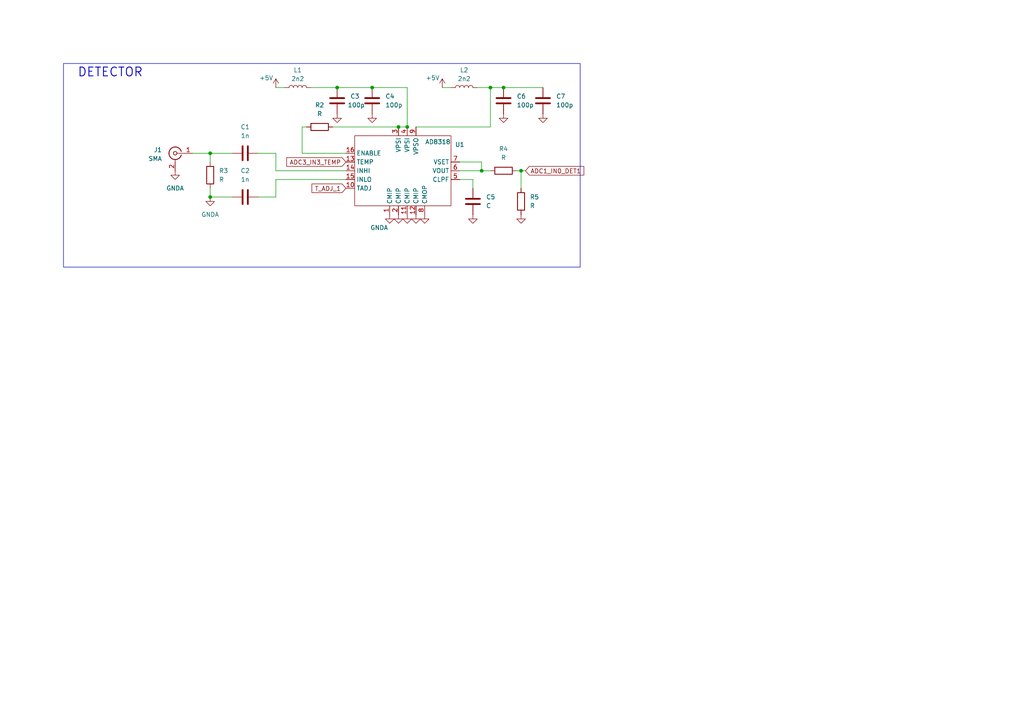
<source format=kicad_sch>
(kicad_sch
	(version 20231120)
	(generator "eeschema")
	(generator_version "8.0")
	(uuid "c42f2e25-27f2-461f-a279-e8ac84d76862")
	(paper "A4")
	(lib_symbols
		(symbol "Connector:Conn_Coaxial"
			(pin_names
				(offset 1.016) hide)
			(exclude_from_sim no)
			(in_bom yes)
			(on_board yes)
			(property "Reference" "J"
				(at 0.254 3.048 0)
				(effects
					(font
						(size 1.27 1.27)
					)
				)
			)
			(property "Value" "Conn_Coaxial"
				(at 2.921 0 90)
				(effects
					(font
						(size 1.27 1.27)
					)
				)
			)
			(property "Footprint" ""
				(at 0 0 0)
				(effects
					(font
						(size 1.27 1.27)
					)
					(hide yes)
				)
			)
			(property "Datasheet" " ~"
				(at 0 0 0)
				(effects
					(font
						(size 1.27 1.27)
					)
					(hide yes)
				)
			)
			(property "Description" "coaxial connector (BNC, SMA, SMB, SMC, Cinch/RCA, LEMO, ...)"
				(at 0 0 0)
				(effects
					(font
						(size 1.27 1.27)
					)
					(hide yes)
				)
			)
			(property "ki_keywords" "BNC SMA SMB SMC LEMO coaxial connector CINCH RCA MCX MMCX U.FL UMRF"
				(at 0 0 0)
				(effects
					(font
						(size 1.27 1.27)
					)
					(hide yes)
				)
			)
			(property "ki_fp_filters" "*BNC* *SMA* *SMB* *SMC* *Cinch* *LEMO* *UMRF* *MCX* *U.FL*"
				(at 0 0 0)
				(effects
					(font
						(size 1.27 1.27)
					)
					(hide yes)
				)
			)
			(symbol "Conn_Coaxial_0_1"
				(arc
					(start -1.778 -0.508)
					(mid 0.2311 -1.8066)
					(end 1.778 0)
					(stroke
						(width 0.254)
						(type default)
					)
					(fill
						(type none)
					)
				)
				(polyline
					(pts
						(xy -2.54 0) (xy -0.508 0)
					)
					(stroke
						(width 0)
						(type default)
					)
					(fill
						(type none)
					)
				)
				(polyline
					(pts
						(xy 0 -2.54) (xy 0 -1.778)
					)
					(stroke
						(width 0)
						(type default)
					)
					(fill
						(type none)
					)
				)
				(circle
					(center 0 0)
					(radius 0.508)
					(stroke
						(width 0.2032)
						(type default)
					)
					(fill
						(type none)
					)
				)
				(arc
					(start 1.778 0)
					(mid 0.2099 1.8101)
					(end -1.778 0.508)
					(stroke
						(width 0.254)
						(type default)
					)
					(fill
						(type none)
					)
				)
			)
			(symbol "Conn_Coaxial_1_1"
				(pin passive line
					(at -5.08 0 0)
					(length 2.54)
					(name "In"
						(effects
							(font
								(size 1.27 1.27)
							)
						)
					)
					(number "1"
						(effects
							(font
								(size 1.27 1.27)
							)
						)
					)
				)
				(pin passive line
					(at 0 -5.08 90)
					(length 2.54)
					(name "Ext"
						(effects
							(font
								(size 1.27 1.27)
							)
						)
					)
					(number "2"
						(effects
							(font
								(size 1.27 1.27)
							)
						)
					)
				)
			)
		)
		(symbol "Device:C"
			(pin_numbers hide)
			(pin_names
				(offset 0.254)
			)
			(exclude_from_sim no)
			(in_bom yes)
			(on_board yes)
			(property "Reference" "C"
				(at 0.635 2.54 0)
				(effects
					(font
						(size 1.27 1.27)
					)
					(justify left)
				)
			)
			(property "Value" "C"
				(at 0.635 -2.54 0)
				(effects
					(font
						(size 1.27 1.27)
					)
					(justify left)
				)
			)
			(property "Footprint" ""
				(at 0.9652 -3.81 0)
				(effects
					(font
						(size 1.27 1.27)
					)
					(hide yes)
				)
			)
			(property "Datasheet" "~"
				(at 0 0 0)
				(effects
					(font
						(size 1.27 1.27)
					)
					(hide yes)
				)
			)
			(property "Description" "Unpolarized capacitor"
				(at 0 0 0)
				(effects
					(font
						(size 1.27 1.27)
					)
					(hide yes)
				)
			)
			(property "ki_keywords" "cap capacitor"
				(at 0 0 0)
				(effects
					(font
						(size 1.27 1.27)
					)
					(hide yes)
				)
			)
			(property "ki_fp_filters" "C_*"
				(at 0 0 0)
				(effects
					(font
						(size 1.27 1.27)
					)
					(hide yes)
				)
			)
			(symbol "C_0_1"
				(polyline
					(pts
						(xy -2.032 -0.762) (xy 2.032 -0.762)
					)
					(stroke
						(width 0.508)
						(type default)
					)
					(fill
						(type none)
					)
				)
				(polyline
					(pts
						(xy -2.032 0.762) (xy 2.032 0.762)
					)
					(stroke
						(width 0.508)
						(type default)
					)
					(fill
						(type none)
					)
				)
			)
			(symbol "C_1_1"
				(pin passive line
					(at 0 3.81 270)
					(length 2.794)
					(name "~"
						(effects
							(font
								(size 1.27 1.27)
							)
						)
					)
					(number "1"
						(effects
							(font
								(size 1.27 1.27)
							)
						)
					)
				)
				(pin passive line
					(at 0 -3.81 90)
					(length 2.794)
					(name "~"
						(effects
							(font
								(size 1.27 1.27)
							)
						)
					)
					(number "2"
						(effects
							(font
								(size 1.27 1.27)
							)
						)
					)
				)
			)
		)
		(symbol "Device:L"
			(pin_numbers hide)
			(pin_names
				(offset 1.016) hide)
			(exclude_from_sim no)
			(in_bom yes)
			(on_board yes)
			(property "Reference" "L"
				(at -1.27 0 90)
				(effects
					(font
						(size 1.27 1.27)
					)
				)
			)
			(property "Value" "L"
				(at 1.905 0 90)
				(effects
					(font
						(size 1.27 1.27)
					)
				)
			)
			(property "Footprint" ""
				(at 0 0 0)
				(effects
					(font
						(size 1.27 1.27)
					)
					(hide yes)
				)
			)
			(property "Datasheet" "~"
				(at 0 0 0)
				(effects
					(font
						(size 1.27 1.27)
					)
					(hide yes)
				)
			)
			(property "Description" "Inductor"
				(at 0 0 0)
				(effects
					(font
						(size 1.27 1.27)
					)
					(hide yes)
				)
			)
			(property "ki_keywords" "inductor choke coil reactor magnetic"
				(at 0 0 0)
				(effects
					(font
						(size 1.27 1.27)
					)
					(hide yes)
				)
			)
			(property "ki_fp_filters" "Choke_* *Coil* Inductor_* L_*"
				(at 0 0 0)
				(effects
					(font
						(size 1.27 1.27)
					)
					(hide yes)
				)
			)
			(symbol "L_0_1"
				(arc
					(start 0 -2.54)
					(mid 0.6323 -1.905)
					(end 0 -1.27)
					(stroke
						(width 0)
						(type default)
					)
					(fill
						(type none)
					)
				)
				(arc
					(start 0 -1.27)
					(mid 0.6323 -0.635)
					(end 0 0)
					(stroke
						(width 0)
						(type default)
					)
					(fill
						(type none)
					)
				)
				(arc
					(start 0 0)
					(mid 0.6323 0.635)
					(end 0 1.27)
					(stroke
						(width 0)
						(type default)
					)
					(fill
						(type none)
					)
				)
				(arc
					(start 0 1.27)
					(mid 0.6323 1.905)
					(end 0 2.54)
					(stroke
						(width 0)
						(type default)
					)
					(fill
						(type none)
					)
				)
			)
			(symbol "L_1_1"
				(pin passive line
					(at 0 3.81 270)
					(length 1.27)
					(name "1"
						(effects
							(font
								(size 1.27 1.27)
							)
						)
					)
					(number "1"
						(effects
							(font
								(size 1.27 1.27)
							)
						)
					)
				)
				(pin passive line
					(at 0 -3.81 90)
					(length 1.27)
					(name "2"
						(effects
							(font
								(size 1.27 1.27)
							)
						)
					)
					(number "2"
						(effects
							(font
								(size 1.27 1.27)
							)
						)
					)
				)
			)
		)
		(symbol "Device:R"
			(pin_numbers hide)
			(pin_names
				(offset 0)
			)
			(exclude_from_sim no)
			(in_bom yes)
			(on_board yes)
			(property "Reference" "R"
				(at 2.032 0 90)
				(effects
					(font
						(size 1.27 1.27)
					)
				)
			)
			(property "Value" "R"
				(at 0 0 90)
				(effects
					(font
						(size 1.27 1.27)
					)
				)
			)
			(property "Footprint" ""
				(at -1.778 0 90)
				(effects
					(font
						(size 1.27 1.27)
					)
					(hide yes)
				)
			)
			(property "Datasheet" "~"
				(at 0 0 0)
				(effects
					(font
						(size 1.27 1.27)
					)
					(hide yes)
				)
			)
			(property "Description" "Resistor"
				(at 0 0 0)
				(effects
					(font
						(size 1.27 1.27)
					)
					(hide yes)
				)
			)
			(property "ki_keywords" "R res resistor"
				(at 0 0 0)
				(effects
					(font
						(size 1.27 1.27)
					)
					(hide yes)
				)
			)
			(property "ki_fp_filters" "R_*"
				(at 0 0 0)
				(effects
					(font
						(size 1.27 1.27)
					)
					(hide yes)
				)
			)
			(symbol "R_0_1"
				(rectangle
					(start -1.016 -2.54)
					(end 1.016 2.54)
					(stroke
						(width 0.254)
						(type default)
					)
					(fill
						(type none)
					)
				)
			)
			(symbol "R_1_1"
				(pin passive line
					(at 0 3.81 270)
					(length 1.27)
					(name "~"
						(effects
							(font
								(size 1.27 1.27)
							)
						)
					)
					(number "1"
						(effects
							(font
								(size 1.27 1.27)
							)
						)
					)
				)
				(pin passive line
					(at 0 -3.81 90)
					(length 1.27)
					(name "~"
						(effects
							(font
								(size 1.27 1.27)
							)
						)
					)
					(number "2"
						(effects
							(font
								(size 1.27 1.27)
							)
						)
					)
				)
			)
		)
		(symbol "moja:AD8318"
			(exclude_from_sim no)
			(in_bom yes)
			(on_board yes)
			(property "Reference" "U"
				(at 11.176 9.652 0)
				(effects
					(font
						(size 1.27 1.27)
					)
				)
			)
			(property "Value" ""
				(at 11.43 4.826 0)
				(effects
					(font
						(size 1.27 1.27)
					)
				)
			)
			(property "Footprint" ""
				(at 11.43 4.826 0)
				(effects
					(font
						(size 1.27 1.27)
					)
					(hide yes)
				)
			)
			(property "Datasheet" ""
				(at 11.43 4.826 0)
				(effects
					(font
						(size 1.27 1.27)
					)
					(hide yes)
				)
			)
			(property "Description" ""
				(at 11.43 4.826 0)
				(effects
					(font
						(size 1.27 1.27)
					)
					(hide yes)
				)
			)
			(symbol "AD8318_0_1"
				(rectangle
					(start -17.78 10.16)
					(end 10.16 -10.16)
					(stroke
						(width 0)
						(type default)
					)
					(fill
						(type none)
					)
				)
			)
			(symbol "AD8318_1_1"
				(pin input line
					(at -7.62 -12.7 90)
					(length 2.54)
					(name "CMIP"
						(effects
							(font
								(size 1.27 1.27)
							)
						)
					)
					(number "1"
						(effects
							(font
								(size 1.27 1.27)
							)
						)
					)
				)
				(pin input line
					(at -20.32 -5.08 0)
					(length 2.54)
					(name "TADJ"
						(effects
							(font
								(size 1.27 1.27)
							)
						)
					)
					(number "10"
						(effects
							(font
								(size 1.27 1.27)
							)
						)
					)
				)
				(pin input line
					(at -2.54 -12.7 90)
					(length 2.54)
					(name "CMIP"
						(effects
							(font
								(size 1.27 1.27)
							)
						)
					)
					(number "11"
						(effects
							(font
								(size 1.27 1.27)
							)
						)
					)
				)
				(pin input line
					(at 0 -12.7 90)
					(length 2.54)
					(name "CMIP"
						(effects
							(font
								(size 1.27 1.27)
							)
						)
					)
					(number "12"
						(effects
							(font
								(size 1.27 1.27)
							)
						)
					)
				)
				(pin input line
					(at -20.32 2.54 0)
					(length 2.54)
					(name "TEMP"
						(effects
							(font
								(size 1.27 1.27)
							)
						)
					)
					(number "13"
						(effects
							(font
								(size 1.27 1.27)
							)
						)
					)
				)
				(pin input line
					(at -20.32 0 0)
					(length 2.54)
					(name "INHI"
						(effects
							(font
								(size 1.27 1.27)
							)
						)
					)
					(number "14"
						(effects
							(font
								(size 1.27 1.27)
							)
						)
					)
				)
				(pin input line
					(at -20.32 -2.54 0)
					(length 2.54)
					(name "INLO"
						(effects
							(font
								(size 1.27 1.27)
							)
						)
					)
					(number "15"
						(effects
							(font
								(size 1.27 1.27)
							)
						)
					)
				)
				(pin input line
					(at -20.32 5.08 0)
					(length 2.54)
					(name "ENABLE"
						(effects
							(font
								(size 1.27 1.27)
							)
						)
					)
					(number "16"
						(effects
							(font
								(size 1.27 1.27)
							)
						)
					)
				)
				(pin input line
					(at -5.08 -12.7 90)
					(length 2.54)
					(name "CMIP"
						(effects
							(font
								(size 1.27 1.27)
							)
						)
					)
					(number "2"
						(effects
							(font
								(size 1.27 1.27)
							)
						)
					)
				)
				(pin input line
					(at -5.08 12.7 270)
					(length 2.54)
					(name "VPSI"
						(effects
							(font
								(size 1.27 1.27)
							)
						)
					)
					(number "3"
						(effects
							(font
								(size 1.27 1.27)
							)
						)
					)
				)
				(pin input line
					(at -2.54 12.7 270)
					(length 2.54)
					(name "VPSI"
						(effects
							(font
								(size 1.27 1.27)
							)
						)
					)
					(number "4"
						(effects
							(font
								(size 1.27 1.27)
							)
						)
					)
				)
				(pin input line
					(at 12.7 -2.54 180)
					(length 2.54)
					(name "CLPF"
						(effects
							(font
								(size 1.27 1.27)
							)
						)
					)
					(number "5"
						(effects
							(font
								(size 1.27 1.27)
							)
						)
					)
				)
				(pin input line
					(at 12.7 0 180)
					(length 2.54)
					(name "VOUT"
						(effects
							(font
								(size 1.27 1.27)
							)
						)
					)
					(number "6"
						(effects
							(font
								(size 1.27 1.27)
							)
						)
					)
				)
				(pin input line
					(at 12.7 2.54 180)
					(length 2.54)
					(name "VSET"
						(effects
							(font
								(size 1.27 1.27)
							)
						)
					)
					(number "7"
						(effects
							(font
								(size 1.27 1.27)
							)
						)
					)
				)
				(pin input line
					(at 2.54 -12.7 90)
					(length 2.54)
					(name "CMOP"
						(effects
							(font
								(size 1.27 1.27)
							)
						)
					)
					(number "8"
						(effects
							(font
								(size 1.27 1.27)
							)
						)
					)
				)
				(pin input line
					(at 0 12.7 270)
					(length 2.54)
					(name "VPSO"
						(effects
							(font
								(size 1.27 1.27)
							)
						)
					)
					(number "9"
						(effects
							(font
								(size 1.27 1.27)
							)
						)
					)
				)
			)
		)
		(symbol "power:+5V"
			(power)
			(pin_names
				(offset 0)
			)
			(exclude_from_sim no)
			(in_bom yes)
			(on_board yes)
			(property "Reference" "#PWR"
				(at 0 -3.81 0)
				(effects
					(font
						(size 1.27 1.27)
					)
					(hide yes)
				)
			)
			(property "Value" "+5V"
				(at 0 3.556 0)
				(effects
					(font
						(size 1.27 1.27)
					)
				)
			)
			(property "Footprint" ""
				(at 0 0 0)
				(effects
					(font
						(size 1.27 1.27)
					)
					(hide yes)
				)
			)
			(property "Datasheet" ""
				(at 0 0 0)
				(effects
					(font
						(size 1.27 1.27)
					)
					(hide yes)
				)
			)
			(property "Description" "Power symbol creates a global label with name \"+5V\""
				(at 0 0 0)
				(effects
					(font
						(size 1.27 1.27)
					)
					(hide yes)
				)
			)
			(property "ki_keywords" "global power"
				(at 0 0 0)
				(effects
					(font
						(size 1.27 1.27)
					)
					(hide yes)
				)
			)
			(symbol "+5V_0_1"
				(polyline
					(pts
						(xy -0.762 1.27) (xy 0 2.54)
					)
					(stroke
						(width 0)
						(type default)
					)
					(fill
						(type none)
					)
				)
				(polyline
					(pts
						(xy 0 0) (xy 0 2.54)
					)
					(stroke
						(width 0)
						(type default)
					)
					(fill
						(type none)
					)
				)
				(polyline
					(pts
						(xy 0 2.54) (xy 0.762 1.27)
					)
					(stroke
						(width 0)
						(type default)
					)
					(fill
						(type none)
					)
				)
			)
			(symbol "+5V_1_1"
				(pin power_in line
					(at 0 0 90)
					(length 0) hide
					(name "+5V"
						(effects
							(font
								(size 1.27 1.27)
							)
						)
					)
					(number "1"
						(effects
							(font
								(size 1.27 1.27)
							)
						)
					)
				)
			)
		)
		(symbol "power:GNDA"
			(power)
			(pin_numbers hide)
			(pin_names
				(offset 0) hide)
			(exclude_from_sim no)
			(in_bom yes)
			(on_board yes)
			(property "Reference" "#PWR"
				(at 0 -6.35 0)
				(effects
					(font
						(size 1.27 1.27)
					)
					(hide yes)
				)
			)
			(property "Value" "GNDA"
				(at 0 -3.81 0)
				(effects
					(font
						(size 1.27 1.27)
					)
				)
			)
			(property "Footprint" ""
				(at 0 0 0)
				(effects
					(font
						(size 1.27 1.27)
					)
					(hide yes)
				)
			)
			(property "Datasheet" ""
				(at 0 0 0)
				(effects
					(font
						(size 1.27 1.27)
					)
					(hide yes)
				)
			)
			(property "Description" "Power symbol creates a global label with name \"GNDA\" , analog ground"
				(at 0 0 0)
				(effects
					(font
						(size 1.27 1.27)
					)
					(hide yes)
				)
			)
			(property "ki_keywords" "global power"
				(at 0 0 0)
				(effects
					(font
						(size 1.27 1.27)
					)
					(hide yes)
				)
			)
			(symbol "GNDA_0_1"
				(polyline
					(pts
						(xy 0 0) (xy 0 -1.27) (xy 1.27 -1.27) (xy 0 -2.54) (xy -1.27 -1.27) (xy 0 -1.27)
					)
					(stroke
						(width 0)
						(type default)
					)
					(fill
						(type none)
					)
				)
			)
			(symbol "GNDA_1_1"
				(pin power_in line
					(at 0 0 270)
					(length 0)
					(name "~"
						(effects
							(font
								(size 1.27 1.27)
							)
						)
					)
					(number "1"
						(effects
							(font
								(size 1.27 1.27)
							)
						)
					)
				)
			)
		)
	)
	(junction
		(at 118.11 36.83)
		(diameter 0)
		(color 0 0 0 0)
		(uuid "4b5ba71b-1656-4b1d-8523-03c156c45490")
	)
	(junction
		(at 151.13 49.53)
		(diameter 0)
		(color 0 0 0 0)
		(uuid "5b895df2-3fc0-4feb-b3cf-5a0b7ccb8bd0")
	)
	(junction
		(at 60.96 57.15)
		(diameter 0)
		(color 0 0 0 0)
		(uuid "5e46afce-6eab-4eb2-a359-fb4e30216ac5")
	)
	(junction
		(at 146.05 25.4)
		(diameter 0)
		(color 0 0 0 0)
		(uuid "7e3bd9f0-1c47-4962-b31a-492376760606")
	)
	(junction
		(at 60.96 44.45)
		(diameter 0)
		(color 0 0 0 0)
		(uuid "b364dad9-c156-4611-b9f2-109f96ab3d28")
	)
	(junction
		(at 142.24 25.4)
		(diameter 0)
		(color 0 0 0 0)
		(uuid "b73d7519-bc5e-4ce0-a852-b1b49d09d9d7")
	)
	(junction
		(at 97.79 25.4)
		(diameter 0)
		(color 0 0 0 0)
		(uuid "c22d7dbd-c749-4ac6-a5a1-e8c93447ffb6")
	)
	(junction
		(at 107.95 25.4)
		(diameter 0)
		(color 0 0 0 0)
		(uuid "e6fe832e-e461-4afc-bebd-2efdf5b8258f")
	)
	(junction
		(at 115.57 36.83)
		(diameter 0)
		(color 0 0 0 0)
		(uuid "f1d98741-f605-486f-9d1a-500d0c64fa81")
	)
	(junction
		(at 139.7 49.53)
		(diameter 0)
		(color 0 0 0 0)
		(uuid "f8e36fbd-0790-4b17-9d5f-22ace3050bc7")
	)
	(wire
		(pts
			(xy 80.01 49.53) (xy 80.01 44.45)
		)
		(stroke
			(width 0)
			(type default)
		)
		(uuid "058fe78c-257a-4d3f-9062-f0989e726565")
	)
	(wire
		(pts
			(xy 88.9 36.83) (xy 87.63 36.83)
		)
		(stroke
			(width 0)
			(type default)
		)
		(uuid "108487fb-0a86-4314-bd1d-21f8c7a8f5e7")
	)
	(wire
		(pts
			(xy 55.88 44.45) (xy 60.96 44.45)
		)
		(stroke
			(width 0)
			(type default)
		)
		(uuid "1210c00b-f107-4501-8688-6c0660500629")
	)
	(wire
		(pts
			(xy 60.96 44.45) (xy 60.96 46.99)
		)
		(stroke
			(width 0)
			(type default)
		)
		(uuid "129f1a58-7e85-4ec7-8677-05afd2065bf3")
	)
	(wire
		(pts
			(xy 151.13 49.53) (xy 151.13 54.61)
		)
		(stroke
			(width 0)
			(type default)
		)
		(uuid "17e72855-0359-4eb4-87d8-d46d12554301")
	)
	(wire
		(pts
			(xy 115.57 36.83) (xy 118.11 36.83)
		)
		(stroke
			(width 0)
			(type default)
		)
		(uuid "1ae11e8c-5443-4ff0-a8e3-56f6518ce66f")
	)
	(wire
		(pts
			(xy 128.27 25.4) (xy 130.81 25.4)
		)
		(stroke
			(width 0)
			(type default)
		)
		(uuid "2bcd581c-dbec-4e34-9d00-648c8fbc199f")
	)
	(wire
		(pts
			(xy 142.24 25.4) (xy 142.24 36.83)
		)
		(stroke
			(width 0)
			(type default)
		)
		(uuid "345632c1-1002-4dc3-8d31-6c2f12155d17")
	)
	(wire
		(pts
			(xy 87.63 44.45) (xy 100.33 44.45)
		)
		(stroke
			(width 0)
			(type default)
		)
		(uuid "35aad98a-ff50-4567-ac91-82af859358d9")
	)
	(wire
		(pts
			(xy 151.13 49.53) (xy 149.86 49.53)
		)
		(stroke
			(width 0)
			(type default)
		)
		(uuid "39b3d69a-b0a6-4070-908b-5775a632fcc3")
	)
	(wire
		(pts
			(xy 67.31 57.15) (xy 60.96 57.15)
		)
		(stroke
			(width 0)
			(type default)
		)
		(uuid "4363013b-1d3b-4a58-baf7-dc1ab1b755b6")
	)
	(wire
		(pts
			(xy 138.43 25.4) (xy 142.24 25.4)
		)
		(stroke
			(width 0)
			(type default)
		)
		(uuid "4781abef-c760-443a-a955-c14c8723fa8a")
	)
	(wire
		(pts
			(xy 90.17 25.4) (xy 97.79 25.4)
		)
		(stroke
			(width 0)
			(type default)
		)
		(uuid "57921c68-4116-48f6-99db-66e891ded8a0")
	)
	(wire
		(pts
			(xy 152.4 49.53) (xy 151.13 49.53)
		)
		(stroke
			(width 0)
			(type default)
		)
		(uuid "5cdb2a93-bf4b-46e4-bbe2-84d132b37cc7")
	)
	(wire
		(pts
			(xy 100.33 52.07) (xy 80.01 52.07)
		)
		(stroke
			(width 0)
			(type default)
		)
		(uuid "629ada2e-dc50-42f1-95f7-f8305ce3e0a3")
	)
	(wire
		(pts
			(xy 146.05 25.4) (xy 157.48 25.4)
		)
		(stroke
			(width 0)
			(type default)
		)
		(uuid "6c1209bd-3177-4572-8b45-6b96480e58c7")
	)
	(wire
		(pts
			(xy 60.96 44.45) (xy 67.31 44.45)
		)
		(stroke
			(width 0)
			(type default)
		)
		(uuid "7f866ac8-c705-4f9b-adce-459df0a768a7")
	)
	(wire
		(pts
			(xy 139.7 46.99) (xy 139.7 49.53)
		)
		(stroke
			(width 0)
			(type default)
		)
		(uuid "8670595c-8d27-4b2d-9d45-f649aace4154")
	)
	(wire
		(pts
			(xy 96.52 36.83) (xy 115.57 36.83)
		)
		(stroke
			(width 0)
			(type default)
		)
		(uuid "87e2cd05-2ba7-4be8-92cf-5f6886c3f737")
	)
	(wire
		(pts
			(xy 87.63 36.83) (xy 87.63 44.45)
		)
		(stroke
			(width 0)
			(type default)
		)
		(uuid "91009378-00cf-47a7-9941-b86c50d74f2e")
	)
	(wire
		(pts
			(xy 133.35 52.07) (xy 137.16 52.07)
		)
		(stroke
			(width 0)
			(type default)
		)
		(uuid "9622b674-7f9b-4c1c-bf25-5eae09fdea93")
	)
	(wire
		(pts
			(xy 137.16 52.07) (xy 137.16 54.61)
		)
		(stroke
			(width 0)
			(type default)
		)
		(uuid "986c7c55-ac13-4e67-9e01-5f961e2a0a0f")
	)
	(wire
		(pts
			(xy 133.35 46.99) (xy 139.7 46.99)
		)
		(stroke
			(width 0)
			(type default)
		)
		(uuid "a8e85dfb-24a8-4b47-9207-7dd0b84f5b1c")
	)
	(wire
		(pts
			(xy 80.01 52.07) (xy 80.01 57.15)
		)
		(stroke
			(width 0)
			(type default)
		)
		(uuid "b33ddf8a-84e0-4943-a29e-d72018227910")
	)
	(wire
		(pts
			(xy 118.11 25.4) (xy 118.11 36.83)
		)
		(stroke
			(width 0)
			(type default)
		)
		(uuid "b5080236-720b-402b-897a-1f48f4e57c03")
	)
	(wire
		(pts
			(xy 107.95 25.4) (xy 118.11 25.4)
		)
		(stroke
			(width 0)
			(type default)
		)
		(uuid "b93cd45d-35cb-47d8-b45e-da7fc6511d90")
	)
	(wire
		(pts
			(xy 74.93 44.45) (xy 80.01 44.45)
		)
		(stroke
			(width 0)
			(type default)
		)
		(uuid "c0b9e525-929f-46dd-b617-83ea1576a60e")
	)
	(wire
		(pts
			(xy 80.01 25.4) (xy 82.55 25.4)
		)
		(stroke
			(width 0)
			(type default)
		)
		(uuid "c4dd5999-cd96-453c-bbcd-8cb2ae06c77f")
	)
	(wire
		(pts
			(xy 97.79 25.4) (xy 107.95 25.4)
		)
		(stroke
			(width 0)
			(type default)
		)
		(uuid "ce1708fa-24ee-4458-b7d7-620e2ffdf58f")
	)
	(wire
		(pts
			(xy 60.96 54.61) (xy 60.96 57.15)
		)
		(stroke
			(width 0)
			(type default)
		)
		(uuid "ce929226-0ac0-4373-9a16-0e35b3fa0106")
	)
	(wire
		(pts
			(xy 100.33 49.53) (xy 80.01 49.53)
		)
		(stroke
			(width 0)
			(type default)
		)
		(uuid "cfb33514-4d40-4f7e-86d0-6e0b62cf707e")
	)
	(wire
		(pts
			(xy 146.05 25.4) (xy 142.24 25.4)
		)
		(stroke
			(width 0)
			(type default)
		)
		(uuid "d8031afa-d99a-4970-9848-e616ef9c2bdd")
	)
	(wire
		(pts
			(xy 139.7 49.53) (xy 142.24 49.53)
		)
		(stroke
			(width 0)
			(type default)
		)
		(uuid "e33e56cf-4178-4c19-9a12-df1eb6ad6195")
	)
	(wire
		(pts
			(xy 133.35 49.53) (xy 139.7 49.53)
		)
		(stroke
			(width 0)
			(type default)
		)
		(uuid "e4591593-19c5-4574-ade4-9045c2152962")
	)
	(wire
		(pts
			(xy 74.93 57.15) (xy 80.01 57.15)
		)
		(stroke
			(width 0)
			(type default)
		)
		(uuid "eef2c5ae-c3a6-4402-8a35-6716a181bd54")
	)
	(wire
		(pts
			(xy 120.65 36.83) (xy 142.24 36.83)
		)
		(stroke
			(width 0)
			(type default)
		)
		(uuid "f591667f-d8c8-4582-9010-c3d3d882c7fb")
	)
	(rectangle
		(start 18.415 18.415)
		(end 168.275 77.47)
		(stroke
			(width 0)
			(type default)
		)
		(fill
			(type none)
		)
		(uuid 65de884a-0bd7-491a-9399-7921a805c6aa)
	)
	(text "DETECTOR\n"
		(exclude_from_sim no)
		(at 32.004 21.082 0)
		(effects
			(font
				(size 2.54 2.54)
				(thickness 0.254)
				(bold yes)
			)
		)
		(uuid "1bd85086-1a39-4121-a151-7ac6cbe1593f")
	)
	(global_label "ADC3_IN3_TEMP"
		(shape input)
		(at 100.33 46.99 180)
		(fields_autoplaced yes)
		(effects
			(font
				(size 1.27 1.27)
			)
			(justify right)
		)
		(uuid "0fa89d82-c7fb-43ee-a506-78ede862ed51")
		(property "Intersheetrefs" "${INTERSHEET_REFS}"
			(at 82.5887 46.99 0)
			(effects
				(font
					(size 1.27 1.27)
				)
				(justify right)
				(hide yes)
			)
		)
	)
	(global_label "T_ADJ_1"
		(shape input)
		(at 100.33 54.61 180)
		(fields_autoplaced yes)
		(effects
			(font
				(size 1.27 1.27)
			)
			(justify right)
		)
		(uuid "4eae8e11-cf63-4e5f-b4fd-1ecfbd4c3d0a")
		(property "Intersheetrefs" "${INTERSHEET_REFS}"
			(at 89.9063 54.61 0)
			(effects
				(font
					(size 1.27 1.27)
				)
				(justify right)
				(hide yes)
			)
		)
	)
	(global_label "ADC1_IN0_DET1"
		(shape input)
		(at 152.4 49.53 0)
		(fields_autoplaced yes)
		(effects
			(font
				(size 1.27 1.27)
			)
			(justify left)
		)
		(uuid "c71cb21e-4747-4c79-9816-b93275bb3036")
		(property "Intersheetrefs" "${INTERSHEET_REFS}"
			(at 169.8994 49.53 0)
			(effects
				(font
					(size 1.27 1.27)
				)
				(justify left)
				(hide yes)
			)
		)
	)
	(symbol
		(lib_id "Device:C")
		(at 137.16 58.42 180)
		(unit 1)
		(exclude_from_sim no)
		(in_bom yes)
		(on_board yes)
		(dnp no)
		(fields_autoplaced yes)
		(uuid "04cdb60c-ddcd-4198-92d7-bcdd0a34129c")
		(property "Reference" "C5"
			(at 140.97 57.1499 0)
			(effects
				(font
					(size 1.27 1.27)
				)
				(justify right)
			)
		)
		(property "Value" "C"
			(at 140.97 59.6899 0)
			(effects
				(font
					(size 1.27 1.27)
				)
				(justify right)
			)
		)
		(property "Footprint" "Capacitor_SMD:C_0402_1005Metric"
			(at 136.1948 54.61 0)
			(effects
				(font
					(size 1.27 1.27)
				)
				(hide yes)
			)
		)
		(property "Datasheet" "~"
			(at 137.16 58.42 0)
			(effects
				(font
					(size 1.27 1.27)
				)
				(hide yes)
			)
		)
		(property "Description" "Unpolarized capacitor"
			(at 137.16 58.42 0)
			(effects
				(font
					(size 1.27 1.27)
				)
				(hide yes)
			)
		)
		(pin "1"
			(uuid "656b00d5-407b-4f83-869d-57be9323a454")
		)
		(pin "2"
			(uuid "acf2989a-626a-43c8-af25-df41f8be6fc3")
		)
		(instances
			(project "Detector_PTFE"
				(path "/c42f2e25-27f2-461f-a279-e8ac84d76862"
					(reference "C5")
					(unit 1)
				)
			)
		)
	)
	(symbol
		(lib_id "Device:C")
		(at 71.12 57.15 90)
		(unit 1)
		(exclude_from_sim no)
		(in_bom yes)
		(on_board yes)
		(dnp no)
		(fields_autoplaced yes)
		(uuid "29ca8dba-f312-4571-a32f-52cd1c69e352")
		(property "Reference" "C2"
			(at 71.12 49.53 90)
			(effects
				(font
					(size 1.27 1.27)
				)
			)
		)
		(property "Value" "1n"
			(at 71.12 52.07 90)
			(effects
				(font
					(size 1.27 1.27)
				)
			)
		)
		(property "Footprint" "Capacitor_SMD:C_0603_1608Metric"
			(at 74.93 56.1848 0)
			(effects
				(font
					(size 1.27 1.27)
				)
				(hide yes)
			)
		)
		(property "Datasheet" "~"
			(at 71.12 57.15 0)
			(effects
				(font
					(size 1.27 1.27)
				)
				(hide yes)
			)
		)
		(property "Description" "Unpolarized capacitor"
			(at 71.12 57.15 0)
			(effects
				(font
					(size 1.27 1.27)
				)
				(hide yes)
			)
		)
		(pin "1"
			(uuid "1a6fd8b6-425d-4fca-84b8-ba19d8ff3b22")
		)
		(pin "2"
			(uuid "509d5cfd-0edf-42d3-8bf7-83aaff7fd074")
		)
		(instances
			(project "Detector_PTFE"
				(path "/c42f2e25-27f2-461f-a279-e8ac84d76862"
					(reference "C2")
					(unit 1)
				)
			)
		)
	)
	(symbol
		(lib_id "Device:L")
		(at 134.62 25.4 90)
		(unit 1)
		(exclude_from_sim no)
		(in_bom yes)
		(on_board yes)
		(dnp no)
		(fields_autoplaced yes)
		(uuid "29eabf10-eb02-4385-8bf5-f81782499b45")
		(property "Reference" "L2"
			(at 134.62 20.32 90)
			(effects
				(font
					(size 1.27 1.27)
				)
			)
		)
		(property "Value" "2n2"
			(at 134.62 22.86 90)
			(effects
				(font
					(size 1.27 1.27)
				)
			)
		)
		(property "Footprint" "Inductor_SMD:L_0603_1608Metric"
			(at 134.62 25.4 0)
			(effects
				(font
					(size 1.27 1.27)
				)
				(hide yes)
			)
		)
		(property "Datasheet" "~"
			(at 134.62 25.4 0)
			(effects
				(font
					(size 1.27 1.27)
				)
				(hide yes)
			)
		)
		(property "Description" "Inductor"
			(at 134.62 25.4 0)
			(effects
				(font
					(size 1.27 1.27)
				)
				(hide yes)
			)
		)
		(pin "1"
			(uuid "cbd2dd4d-1d4e-4342-8e7b-b3200f02a309")
		)
		(pin "2"
			(uuid "5cdba398-9928-49c8-8d4a-366e674eb0f8")
		)
		(instances
			(project "Detector_PTFE"
				(path "/c42f2e25-27f2-461f-a279-e8ac84d76862"
					(reference "L2")
					(unit 1)
				)
			)
		)
	)
	(symbol
		(lib_id "Device:C")
		(at 157.48 29.21 180)
		(unit 1)
		(exclude_from_sim no)
		(in_bom yes)
		(on_board yes)
		(dnp no)
		(fields_autoplaced yes)
		(uuid "3882d343-57c1-4286-bc18-36892f154b50")
		(property "Reference" "C7"
			(at 161.29 27.9399 0)
			(effects
				(font
					(size 1.27 1.27)
				)
				(justify right)
			)
		)
		(property "Value" "100p"
			(at 161.29 30.4799 0)
			(effects
				(font
					(size 1.27 1.27)
				)
				(justify right)
			)
		)
		(property "Footprint" "Capacitor_SMD:C_0402_1005Metric"
			(at 156.5148 25.4 0)
			(effects
				(font
					(size 1.27 1.27)
				)
				(hide yes)
			)
		)
		(property "Datasheet" "~"
			(at 157.48 29.21 0)
			(effects
				(font
					(size 1.27 1.27)
				)
				(hide yes)
			)
		)
		(property "Description" "Unpolarized capacitor"
			(at 157.48 29.21 0)
			(effects
				(font
					(size 1.27 1.27)
				)
				(hide yes)
			)
		)
		(pin "1"
			(uuid "5bfcf486-eacf-4638-9539-c4f78438a3f9")
		)
		(pin "2"
			(uuid "249a0b33-07aa-4d1a-a0f5-c7dd1c8d007a")
		)
		(instances
			(project "Detector_PTFE"
				(path "/c42f2e25-27f2-461f-a279-e8ac84d76862"
					(reference "C7")
					(unit 1)
				)
			)
		)
	)
	(symbol
		(lib_id "power:GNDA")
		(at 113.03 62.23 0)
		(unit 1)
		(exclude_from_sim no)
		(in_bom yes)
		(on_board yes)
		(dnp no)
		(uuid "3f30895f-9e32-4bb0-819b-973133f4e786")
		(property "Reference" "#PWR06"
			(at 113.03 68.58 0)
			(effects
				(font
					(size 1.27 1.27)
				)
				(hide yes)
			)
		)
		(property "Value" "GNDA"
			(at 109.982 66.04 0)
			(effects
				(font
					(size 1.27 1.27)
				)
			)
		)
		(property "Footprint" ""
			(at 113.03 62.23 0)
			(effects
				(font
					(size 1.27 1.27)
				)
				(hide yes)
			)
		)
		(property "Datasheet" ""
			(at 113.03 62.23 0)
			(effects
				(font
					(size 1.27 1.27)
				)
				(hide yes)
			)
		)
		(property "Description" "Power symbol creates a global label with name \"GNDA\" , analog ground"
			(at 113.03 62.23 0)
			(effects
				(font
					(size 1.27 1.27)
				)
				(hide yes)
			)
		)
		(pin "1"
			(uuid "18e284d8-6b62-475c-84cf-341bc03ebb02")
		)
		(instances
			(project "Detector_PTFE"
				(path "/c42f2e25-27f2-461f-a279-e8ac84d76862"
					(reference "#PWR06")
					(unit 1)
				)
			)
		)
	)
	(symbol
		(lib_id "Device:R")
		(at 60.96 50.8 0)
		(unit 1)
		(exclude_from_sim no)
		(in_bom yes)
		(on_board yes)
		(dnp no)
		(fields_autoplaced yes)
		(uuid "443bae88-3c70-4266-b585-59c744505058")
		(property "Reference" "R3"
			(at 63.5 49.5299 0)
			(effects
				(font
					(size 1.27 1.27)
				)
				(justify left)
			)
		)
		(property "Value" "R"
			(at 63.5 52.0699 0)
			(effects
				(font
					(size 1.27 1.27)
				)
				(justify left)
			)
		)
		(property "Footprint" "Resistor_SMD:R_0402_1005Metric"
			(at 59.182 50.8 90)
			(effects
				(font
					(size 1.27 1.27)
				)
				(hide yes)
			)
		)
		(property "Datasheet" "~"
			(at 60.96 50.8 0)
			(effects
				(font
					(size 1.27 1.27)
				)
				(hide yes)
			)
		)
		(property "Description" "Resistor"
			(at 60.96 50.8 0)
			(effects
				(font
					(size 1.27 1.27)
				)
				(hide yes)
			)
		)
		(pin "2"
			(uuid "b3332098-7b13-4e5f-b49e-0da8b6c9032f")
		)
		(pin "1"
			(uuid "3335cd9a-6a93-46c1-b082-442a80515fe4")
		)
		(instances
			(project "Detector_PTFE"
				(path "/c42f2e25-27f2-461f-a279-e8ac84d76862"
					(reference "R3")
					(unit 1)
				)
			)
		)
	)
	(symbol
		(lib_id "power:GNDA")
		(at 137.16 62.23 0)
		(unit 1)
		(exclude_from_sim no)
		(in_bom yes)
		(on_board yes)
		(dnp no)
		(fields_autoplaced yes)
		(uuid "5031b831-198e-475a-9e70-744d9f6205d1")
		(property "Reference" "#PWR012"
			(at 137.16 68.58 0)
			(effects
				(font
					(size 1.27 1.27)
				)
				(hide yes)
			)
		)
		(property "Value" "GNDA"
			(at 137.16 67.31 0)
			(effects
				(font
					(size 1.27 1.27)
				)
				(hide yes)
			)
		)
		(property "Footprint" ""
			(at 137.16 62.23 0)
			(effects
				(font
					(size 1.27 1.27)
				)
				(hide yes)
			)
		)
		(property "Datasheet" ""
			(at 137.16 62.23 0)
			(effects
				(font
					(size 1.27 1.27)
				)
				(hide yes)
			)
		)
		(property "Description" "Power symbol creates a global label with name \"GNDA\" , analog ground"
			(at 137.16 62.23 0)
			(effects
				(font
					(size 1.27 1.27)
				)
				(hide yes)
			)
		)
		(pin "1"
			(uuid "f2704b48-5d14-4766-9fb8-13f7fb28813e")
		)
		(instances
			(project "Detector_PTFE"
				(path "/c42f2e25-27f2-461f-a279-e8ac84d76862"
					(reference "#PWR012")
					(unit 1)
				)
			)
		)
	)
	(symbol
		(lib_id "Device:R")
		(at 92.71 36.83 90)
		(unit 1)
		(exclude_from_sim no)
		(in_bom yes)
		(on_board yes)
		(dnp no)
		(fields_autoplaced yes)
		(uuid "50da77df-2bf1-404e-9e2f-a3dc04ee5215")
		(property "Reference" "R2"
			(at 92.71 30.48 90)
			(effects
				(font
					(size 1.27 1.27)
				)
			)
		)
		(property "Value" "R"
			(at 92.71 33.02 90)
			(effects
				(font
					(size 1.27 1.27)
				)
			)
		)
		(property "Footprint" "Resistor_SMD:R_0402_1005Metric"
			(at 92.71 38.608 90)
			(effects
				(font
					(size 1.27 1.27)
				)
				(hide yes)
			)
		)
		(property "Datasheet" "~"
			(at 92.71 36.83 0)
			(effects
				(font
					(size 1.27 1.27)
				)
				(hide yes)
			)
		)
		(property "Description" "Resistor"
			(at 92.71 36.83 0)
			(effects
				(font
					(size 1.27 1.27)
				)
				(hide yes)
			)
		)
		(pin "2"
			(uuid "17bb3e19-0e2e-4de3-9e8c-1fe702567384")
		)
		(pin "1"
			(uuid "146eb633-c4e1-42b5-bd68-fdd0494a99c3")
		)
		(instances
			(project "Detector_PTFE"
				(path "/c42f2e25-27f2-461f-a279-e8ac84d76862"
					(reference "R2")
					(unit 1)
				)
			)
		)
	)
	(symbol
		(lib_id "Device:R")
		(at 146.05 49.53 90)
		(unit 1)
		(exclude_from_sim no)
		(in_bom yes)
		(on_board yes)
		(dnp no)
		(fields_autoplaced yes)
		(uuid "5f099fa3-232e-4a67-959b-7205c05bb4b2")
		(property "Reference" "R4"
			(at 146.05 43.18 90)
			(effects
				(font
					(size 1.27 1.27)
				)
			)
		)
		(property "Value" "R"
			(at 146.05 45.72 90)
			(effects
				(font
					(size 1.27 1.27)
				)
			)
		)
		(property "Footprint" "Resistor_SMD:R_0402_1005Metric"
			(at 146.05 51.308 90)
			(effects
				(font
					(size 1.27 1.27)
				)
				(hide yes)
			)
		)
		(property "Datasheet" "~"
			(at 146.05 49.53 0)
			(effects
				(font
					(size 1.27 1.27)
				)
				(hide yes)
			)
		)
		(property "Description" "Resistor"
			(at 146.05 49.53 0)
			(effects
				(font
					(size 1.27 1.27)
				)
				(hide yes)
			)
		)
		(pin "1"
			(uuid "43b37e8b-f2dd-4aeb-8509-2f265d5b4eb9")
		)
		(pin "2"
			(uuid "01c44c3f-b4bc-4b7f-a000-3157b4fb926a")
		)
		(instances
			(project "Detector_PTFE"
				(path "/c42f2e25-27f2-461f-a279-e8ac84d76862"
					(reference "R4")
					(unit 1)
				)
			)
		)
	)
	(symbol
		(lib_id "power:GNDA")
		(at 118.11 62.23 0)
		(unit 1)
		(exclude_from_sim no)
		(in_bom yes)
		(on_board yes)
		(dnp no)
		(fields_autoplaced yes)
		(uuid "6b2cd4de-59e6-4003-9c16-8c4f81abf500")
		(property "Reference" "#PWR08"
			(at 118.11 68.58 0)
			(effects
				(font
					(size 1.27 1.27)
				)
				(hide yes)
			)
		)
		(property "Value" "GNDA"
			(at 118.11 67.31 0)
			(effects
				(font
					(size 1.27 1.27)
				)
				(hide yes)
			)
		)
		(property "Footprint" ""
			(at 118.11 62.23 0)
			(effects
				(font
					(size 1.27 1.27)
				)
				(hide yes)
			)
		)
		(property "Datasheet" ""
			(at 118.11 62.23 0)
			(effects
				(font
					(size 1.27 1.27)
				)
				(hide yes)
			)
		)
		(property "Description" "Power symbol creates a global label with name \"GNDA\" , analog ground"
			(at 118.11 62.23 0)
			(effects
				(font
					(size 1.27 1.27)
				)
				(hide yes)
			)
		)
		(pin "1"
			(uuid "135065c9-4b66-4e6b-93e1-4d27930794ee")
		)
		(instances
			(project "Detector_PTFE"
				(path "/c42f2e25-27f2-461f-a279-e8ac84d76862"
					(reference "#PWR08")
					(unit 1)
				)
			)
		)
	)
	(symbol
		(lib_id "power:GNDA")
		(at 120.65 62.23 0)
		(unit 1)
		(exclude_from_sim no)
		(in_bom yes)
		(on_board yes)
		(dnp no)
		(fields_autoplaced yes)
		(uuid "6b91c76d-a926-4772-8857-eecfc1a518ce")
		(property "Reference" "#PWR09"
			(at 120.65 68.58 0)
			(effects
				(font
					(size 1.27 1.27)
				)
				(hide yes)
			)
		)
		(property "Value" "GNDA"
			(at 120.65 67.31 0)
			(effects
				(font
					(size 1.27 1.27)
				)
				(hide yes)
			)
		)
		(property "Footprint" ""
			(at 120.65 62.23 0)
			(effects
				(font
					(size 1.27 1.27)
				)
				(hide yes)
			)
		)
		(property "Datasheet" ""
			(at 120.65 62.23 0)
			(effects
				(font
					(size 1.27 1.27)
				)
				(hide yes)
			)
		)
		(property "Description" "Power symbol creates a global label with name \"GNDA\" , analog ground"
			(at 120.65 62.23 0)
			(effects
				(font
					(size 1.27 1.27)
				)
				(hide yes)
			)
		)
		(pin "1"
			(uuid "01ca3d72-b8a1-4cdd-8949-e0154f11cb7c")
		)
		(instances
			(project "Detector_PTFE"
				(path "/c42f2e25-27f2-461f-a279-e8ac84d76862"
					(reference "#PWR09")
					(unit 1)
				)
			)
		)
	)
	(symbol
		(lib_id "Device:C")
		(at 107.95 29.21 180)
		(unit 1)
		(exclude_from_sim no)
		(in_bom yes)
		(on_board yes)
		(dnp no)
		(fields_autoplaced yes)
		(uuid "78cd17fe-f1e8-4627-a8c7-e9d94cd67ac8")
		(property "Reference" "C4"
			(at 111.76 27.9399 0)
			(effects
				(font
					(size 1.27 1.27)
				)
				(justify right)
			)
		)
		(property "Value" "100p"
			(at 111.76 30.4799 0)
			(effects
				(font
					(size 1.27 1.27)
				)
				(justify right)
			)
		)
		(property "Footprint" "Capacitor_SMD:C_0402_1005Metric"
			(at 106.9848 25.4 0)
			(effects
				(font
					(size 1.27 1.27)
				)
				(hide yes)
			)
		)
		(property "Datasheet" "~"
			(at 107.95 29.21 0)
			(effects
				(font
					(size 1.27 1.27)
				)
				(hide yes)
			)
		)
		(property "Description" "Unpolarized capacitor"
			(at 107.95 29.21 0)
			(effects
				(font
					(size 1.27 1.27)
				)
				(hide yes)
			)
		)
		(pin "1"
			(uuid "401b524d-ee38-48ae-80bd-b1ec2ee84ec7")
		)
		(pin "2"
			(uuid "0cbfd2a3-fe1c-41f5-87aa-180004e8e4ac")
		)
		(instances
			(project "Detector_PTFE"
				(path "/c42f2e25-27f2-461f-a279-e8ac84d76862"
					(reference "C4")
					(unit 1)
				)
			)
		)
	)
	(symbol
		(lib_id "Connector:Conn_Coaxial")
		(at 50.8 44.45 0)
		(mirror y)
		(unit 1)
		(exclude_from_sim no)
		(in_bom yes)
		(on_board yes)
		(dnp no)
		(uuid "7f4f65ea-2b45-4bf1-9d59-20c64a61a489")
		(property "Reference" "J1"
			(at 46.99 43.4731 0)
			(effects
				(font
					(size 1.27 1.27)
				)
				(justify left)
			)
		)
		(property "Value" "SMA"
			(at 46.99 46.0131 0)
			(effects
				(font
					(size 1.27 1.27)
				)
				(justify left)
			)
		)
		(property "Footprint" "Connector_Coaxial:SMA_Amphenol_132289_EdgeMount"
			(at 50.8 44.45 0)
			(effects
				(font
					(size 1.27 1.27)
				)
				(hide yes)
			)
		)
		(property "Datasheet" " ~"
			(at 50.8 44.45 0)
			(effects
				(font
					(size 1.27 1.27)
				)
				(hide yes)
			)
		)
		(property "Description" "coaxial connector (BNC, SMA, SMB, SMC, Cinch/RCA, LEMO, ...)"
			(at 50.8 44.45 0)
			(effects
				(font
					(size 1.27 1.27)
				)
				(hide yes)
			)
		)
		(pin "2"
			(uuid "62ff62ce-dbec-4355-b2b5-3e0c760ae0ef")
		)
		(pin "1"
			(uuid "371b2b03-e51a-45f4-87b0-5a2ce427e863")
		)
		(instances
			(project "Detector_PTFE"
				(path "/c42f2e25-27f2-461f-a279-e8ac84d76862"
					(reference "J1")
					(unit 1)
				)
			)
		)
	)
	(symbol
		(lib_id "power:GNDA")
		(at 50.8 49.53 0)
		(unit 1)
		(exclude_from_sim no)
		(in_bom yes)
		(on_board yes)
		(dnp no)
		(fields_autoplaced yes)
		(uuid "8149bf3f-c6f6-41b9-b1f0-f44d0ca0ca3e")
		(property "Reference" "#PWR01"
			(at 50.8 55.88 0)
			(effects
				(font
					(size 1.27 1.27)
				)
				(hide yes)
			)
		)
		(property "Value" "GNDA"
			(at 50.8 54.61 0)
			(effects
				(font
					(size 1.27 1.27)
				)
			)
		)
		(property "Footprint" ""
			(at 50.8 49.53 0)
			(effects
				(font
					(size 1.27 1.27)
				)
				(hide yes)
			)
		)
		(property "Datasheet" ""
			(at 50.8 49.53 0)
			(effects
				(font
					(size 1.27 1.27)
				)
				(hide yes)
			)
		)
		(property "Description" "Power symbol creates a global label with name \"GNDA\" , analog ground"
			(at 50.8 49.53 0)
			(effects
				(font
					(size 1.27 1.27)
				)
				(hide yes)
			)
		)
		(pin "1"
			(uuid "ff01ce1a-8654-43a1-90c6-e04c6aa26f52")
		)
		(instances
			(project "Detector_PTFE"
				(path "/c42f2e25-27f2-461f-a279-e8ac84d76862"
					(reference "#PWR01")
					(unit 1)
				)
			)
		)
	)
	(symbol
		(lib_id "power:GNDA")
		(at 157.48 33.02 0)
		(unit 1)
		(exclude_from_sim no)
		(in_bom yes)
		(on_board yes)
		(dnp no)
		(fields_autoplaced yes)
		(uuid "82324241-b2c7-45d7-b379-e67f70dc0181")
		(property "Reference" "#PWR014"
			(at 157.48 39.37 0)
			(effects
				(font
					(size 1.27 1.27)
				)
				(hide yes)
			)
		)
		(property "Value" "GNDA"
			(at 157.48 38.1 0)
			(effects
				(font
					(size 1.27 1.27)
				)
				(hide yes)
			)
		)
		(property "Footprint" ""
			(at 157.48 33.02 0)
			(effects
				(font
					(size 1.27 1.27)
				)
				(hide yes)
			)
		)
		(property "Datasheet" ""
			(at 157.48 33.02 0)
			(effects
				(font
					(size 1.27 1.27)
				)
				(hide yes)
			)
		)
		(property "Description" "Power symbol creates a global label with name \"GNDA\" , analog ground"
			(at 157.48 33.02 0)
			(effects
				(font
					(size 1.27 1.27)
				)
				(hide yes)
			)
		)
		(pin "1"
			(uuid "c9bd0cf2-6aff-4c42-9667-0306d8ecc64f")
		)
		(instances
			(project "Detector_PTFE"
				(path "/c42f2e25-27f2-461f-a279-e8ac84d76862"
					(reference "#PWR014")
					(unit 1)
				)
			)
		)
	)
	(symbol
		(lib_id "Device:R")
		(at 151.13 58.42 180)
		(unit 1)
		(exclude_from_sim no)
		(in_bom yes)
		(on_board yes)
		(dnp no)
		(fields_autoplaced yes)
		(uuid "86c06ec8-bfbd-4d17-bc3f-6a6b15a2e7c4")
		(property "Reference" "R5"
			(at 153.67 57.1499 0)
			(effects
				(font
					(size 1.27 1.27)
				)
				(justify right)
			)
		)
		(property "Value" "R"
			(at 153.67 59.6899 0)
			(effects
				(font
					(size 1.27 1.27)
				)
				(justify right)
			)
		)
		(property "Footprint" "Resistor_SMD:R_0402_1005Metric"
			(at 152.908 58.42 90)
			(effects
				(font
					(size 1.27 1.27)
				)
				(hide yes)
			)
		)
		(property "Datasheet" "~"
			(at 151.13 58.42 0)
			(effects
				(font
					(size 1.27 1.27)
				)
				(hide yes)
			)
		)
		(property "Description" "Resistor"
			(at 151.13 58.42 0)
			(effects
				(font
					(size 1.27 1.27)
				)
				(hide yes)
			)
		)
		(pin "1"
			(uuid "cc600461-6a14-4de6-b396-491cd0d8dc5a")
		)
		(pin "2"
			(uuid "eb1bff97-7fca-42fc-b7da-5cc077e46bf3")
		)
		(instances
			(project "Detector_PTFE"
				(path "/c42f2e25-27f2-461f-a279-e8ac84d76862"
					(reference "R5")
					(unit 1)
				)
			)
		)
	)
	(symbol
		(lib_id "power:GNDA")
		(at 146.05 33.02 0)
		(unit 1)
		(exclude_from_sim no)
		(in_bom yes)
		(on_board yes)
		(dnp no)
		(fields_autoplaced yes)
		(uuid "8dec4a02-798f-44ce-aa95-9fba150ece70")
		(property "Reference" "#PWR013"
			(at 146.05 39.37 0)
			(effects
				(font
					(size 1.27 1.27)
				)
				(hide yes)
			)
		)
		(property "Value" "GNDA"
			(at 146.05 38.1 0)
			(effects
				(font
					(size 1.27 1.27)
				)
				(hide yes)
			)
		)
		(property "Footprint" ""
			(at 146.05 33.02 0)
			(effects
				(font
					(size 1.27 1.27)
				)
				(hide yes)
			)
		)
		(property "Datasheet" ""
			(at 146.05 33.02 0)
			(effects
				(font
					(size 1.27 1.27)
				)
				(hide yes)
			)
		)
		(property "Description" "Power symbol creates a global label with name \"GNDA\" , analog ground"
			(at 146.05 33.02 0)
			(effects
				(font
					(size 1.27 1.27)
				)
				(hide yes)
			)
		)
		(pin "1"
			(uuid "93af1d0f-5de9-4522-86c2-6b37144d842f")
		)
		(instances
			(project "Detector_PTFE"
				(path "/c42f2e25-27f2-461f-a279-e8ac84d76862"
					(reference "#PWR013")
					(unit 1)
				)
			)
		)
	)
	(symbol
		(lib_id "power:GNDA")
		(at 107.95 33.02 0)
		(unit 1)
		(exclude_from_sim no)
		(in_bom yes)
		(on_board yes)
		(dnp no)
		(fields_autoplaced yes)
		(uuid "a0b54b11-0edb-45c2-8845-59c1a6e033dd")
		(property "Reference" "#PWR05"
			(at 107.95 39.37 0)
			(effects
				(font
					(size 1.27 1.27)
				)
				(hide yes)
			)
		)
		(property "Value" "GNDA"
			(at 107.95 38.1 0)
			(effects
				(font
					(size 1.27 1.27)
				)
				(hide yes)
			)
		)
		(property "Footprint" ""
			(at 107.95 33.02 0)
			(effects
				(font
					(size 1.27 1.27)
				)
				(hide yes)
			)
		)
		(property "Datasheet" ""
			(at 107.95 33.02 0)
			(effects
				(font
					(size 1.27 1.27)
				)
				(hide yes)
			)
		)
		(property "Description" "Power symbol creates a global label with name \"GNDA\" , analog ground"
			(at 107.95 33.02 0)
			(effects
				(font
					(size 1.27 1.27)
				)
				(hide yes)
			)
		)
		(pin "1"
			(uuid "f76ccfe9-7e5d-4c0c-95bd-3a7126ad2807")
		)
		(instances
			(project "Detector_PTFE"
				(path "/c42f2e25-27f2-461f-a279-e8ac84d76862"
					(reference "#PWR05")
					(unit 1)
				)
			)
		)
	)
	(symbol
		(lib_id "power:+5V")
		(at 128.27 25.4 0)
		(unit 1)
		(exclude_from_sim no)
		(in_bom yes)
		(on_board yes)
		(dnp no)
		(uuid "abd4bb9c-ecd8-4235-a6cb-94830af9d332")
		(property "Reference" "#PWR010"
			(at 128.27 29.21 0)
			(effects
				(font
					(size 1.27 1.27)
				)
				(hide yes)
			)
		)
		(property "Value" "+5V"
			(at 125.476 22.606 0)
			(effects
				(font
					(size 1.27 1.27)
				)
			)
		)
		(property "Footprint" ""
			(at 128.27 25.4 0)
			(effects
				(font
					(size 1.27 1.27)
				)
				(hide yes)
			)
		)
		(property "Datasheet" ""
			(at 128.27 25.4 0)
			(effects
				(font
					(size 1.27 1.27)
				)
				(hide yes)
			)
		)
		(property "Description" ""
			(at 128.27 25.4 0)
			(effects
				(font
					(size 1.27 1.27)
				)
				(hide yes)
			)
		)
		(pin "1"
			(uuid "2a4bf61f-fde1-4a2c-96e3-366d60526e7f")
		)
		(instances
			(project "Detector_PTFE"
				(path "/c42f2e25-27f2-461f-a279-e8ac84d76862"
					(reference "#PWR010")
					(unit 1)
				)
			)
		)
	)
	(symbol
		(lib_id "Device:C")
		(at 146.05 29.21 180)
		(unit 1)
		(exclude_from_sim no)
		(in_bom yes)
		(on_board yes)
		(dnp no)
		(fields_autoplaced yes)
		(uuid "ae9b6d0b-fb19-4585-8170-eaaaf5fcfcfb")
		(property "Reference" "C6"
			(at 149.86 27.9399 0)
			(effects
				(font
					(size 1.27 1.27)
				)
				(justify right)
			)
		)
		(property "Value" "100p"
			(at 149.86 30.4799 0)
			(effects
				(font
					(size 1.27 1.27)
				)
				(justify right)
			)
		)
		(property "Footprint" "Capacitor_SMD:C_0402_1005Metric"
			(at 145.0848 25.4 0)
			(effects
				(font
					(size 1.27 1.27)
				)
				(hide yes)
			)
		)
		(property "Datasheet" "~"
			(at 146.05 29.21 0)
			(effects
				(font
					(size 1.27 1.27)
				)
				(hide yes)
			)
		)
		(property "Description" "Unpolarized capacitor"
			(at 146.05 29.21 0)
			(effects
				(font
					(size 1.27 1.27)
				)
				(hide yes)
			)
		)
		(pin "1"
			(uuid "0e71cc2e-20a9-44c5-b09d-5f7f71b815b2")
		)
		(pin "2"
			(uuid "bf0cef82-27cd-4e89-ac1a-1d79f1038697")
		)
		(instances
			(project "Detector_PTFE"
				(path "/c42f2e25-27f2-461f-a279-e8ac84d76862"
					(reference "C6")
					(unit 1)
				)
			)
		)
	)
	(symbol
		(lib_id "power:GNDA")
		(at 115.57 62.23 0)
		(unit 1)
		(exclude_from_sim no)
		(in_bom yes)
		(on_board yes)
		(dnp no)
		(fields_autoplaced yes)
		(uuid "b63154ce-351c-4dde-bdab-230838dfc78c")
		(property "Reference" "#PWR07"
			(at 115.57 68.58 0)
			(effects
				(font
					(size 1.27 1.27)
				)
				(hide yes)
			)
		)
		(property "Value" "GNDA"
			(at 115.57 67.31 0)
			(effects
				(font
					(size 1.27 1.27)
				)
				(hide yes)
			)
		)
		(property "Footprint" ""
			(at 115.57 62.23 0)
			(effects
				(font
					(size 1.27 1.27)
				)
				(hide yes)
			)
		)
		(property "Datasheet" ""
			(at 115.57 62.23 0)
			(effects
				(font
					(size 1.27 1.27)
				)
				(hide yes)
			)
		)
		(property "Description" "Power symbol creates a global label with name \"GNDA\" , analog ground"
			(at 115.57 62.23 0)
			(effects
				(font
					(size 1.27 1.27)
				)
				(hide yes)
			)
		)
		(pin "1"
			(uuid "65ba3900-8acf-42cb-8c13-d615fa1d2015")
		)
		(instances
			(project "Detector_PTFE"
				(path "/c42f2e25-27f2-461f-a279-e8ac84d76862"
					(reference "#PWR07")
					(unit 1)
				)
			)
		)
	)
	(symbol
		(lib_id "power:+5V")
		(at 80.01 25.4 0)
		(unit 1)
		(exclude_from_sim no)
		(in_bom yes)
		(on_board yes)
		(dnp no)
		(uuid "bddd2dc6-ed67-4baf-9e0c-62b821cd145a")
		(property "Reference" "#PWR03"
			(at 80.01 29.21 0)
			(effects
				(font
					(size 1.27 1.27)
				)
				(hide yes)
			)
		)
		(property "Value" "+5V"
			(at 77.216 22.606 0)
			(effects
				(font
					(size 1.27 1.27)
				)
			)
		)
		(property "Footprint" ""
			(at 80.01 25.4 0)
			(effects
				(font
					(size 1.27 1.27)
				)
				(hide yes)
			)
		)
		(property "Datasheet" ""
			(at 80.01 25.4 0)
			(effects
				(font
					(size 1.27 1.27)
				)
				(hide yes)
			)
		)
		(property "Description" ""
			(at 80.01 25.4 0)
			(effects
				(font
					(size 1.27 1.27)
				)
				(hide yes)
			)
		)
		(pin "1"
			(uuid "525db500-34f8-4eec-89fc-c6118d5f16b7")
		)
		(instances
			(project "Detector_PTFE"
				(path "/c42f2e25-27f2-461f-a279-e8ac84d76862"
					(reference "#PWR03")
					(unit 1)
				)
			)
		)
	)
	(symbol
		(lib_id "power:GNDA")
		(at 151.13 62.23 0)
		(unit 1)
		(exclude_from_sim no)
		(in_bom yes)
		(on_board yes)
		(dnp no)
		(fields_autoplaced yes)
		(uuid "bfc1252d-11c8-4fe3-9b3e-20e59e823e78")
		(property "Reference" "#PWR015"
			(at 151.13 68.58 0)
			(effects
				(font
					(size 1.27 1.27)
				)
				(hide yes)
			)
		)
		(property "Value" "GNDA"
			(at 151.13 67.31 0)
			(effects
				(font
					(size 1.27 1.27)
				)
				(hide yes)
			)
		)
		(property "Footprint" ""
			(at 151.13 62.23 0)
			(effects
				(font
					(size 1.27 1.27)
				)
				(hide yes)
			)
		)
		(property "Datasheet" ""
			(at 151.13 62.23 0)
			(effects
				(font
					(size 1.27 1.27)
				)
				(hide yes)
			)
		)
		(property "Description" "Power symbol creates a global label with name \"GNDA\" , analog ground"
			(at 151.13 62.23 0)
			(effects
				(font
					(size 1.27 1.27)
				)
				(hide yes)
			)
		)
		(pin "1"
			(uuid "a37b28bb-9539-41db-9285-ff369732b38b")
		)
		(instances
			(project "Detector_PTFE"
				(path "/c42f2e25-27f2-461f-a279-e8ac84d76862"
					(reference "#PWR015")
					(unit 1)
				)
			)
		)
	)
	(symbol
		(lib_id "power:GNDA")
		(at 97.79 33.02 0)
		(unit 1)
		(exclude_from_sim no)
		(in_bom yes)
		(on_board yes)
		(dnp no)
		(fields_autoplaced yes)
		(uuid "ce8b3e93-92cc-46ba-a3d5-8401c27ce445")
		(property "Reference" "#PWR04"
			(at 97.79 39.37 0)
			(effects
				(font
					(size 1.27 1.27)
				)
				(hide yes)
			)
		)
		(property "Value" "GNDA"
			(at 97.79 38.1 0)
			(effects
				(font
					(size 1.27 1.27)
				)
				(hide yes)
			)
		)
		(property "Footprint" ""
			(at 97.79 33.02 0)
			(effects
				(font
					(size 1.27 1.27)
				)
				(hide yes)
			)
		)
		(property "Datasheet" ""
			(at 97.79 33.02 0)
			(effects
				(font
					(size 1.27 1.27)
				)
				(hide yes)
			)
		)
		(property "Description" "Power symbol creates a global label with name \"GNDA\" , analog ground"
			(at 97.79 33.02 0)
			(effects
				(font
					(size 1.27 1.27)
				)
				(hide yes)
			)
		)
		(pin "1"
			(uuid "4c35da8a-bd77-457c-a93a-8bec03c197d4")
		)
		(instances
			(project "Detector_PTFE"
				(path "/c42f2e25-27f2-461f-a279-e8ac84d76862"
					(reference "#PWR04")
					(unit 1)
				)
			)
		)
	)
	(symbol
		(lib_id "power:GNDA")
		(at 60.96 57.15 0)
		(unit 1)
		(exclude_from_sim no)
		(in_bom yes)
		(on_board yes)
		(dnp no)
		(fields_autoplaced yes)
		(uuid "d0b8dbba-57a2-40b7-bdc5-34b0cb12ca1f")
		(property "Reference" "#PWR02"
			(at 60.96 63.5 0)
			(effects
				(font
					(size 1.27 1.27)
				)
				(hide yes)
			)
		)
		(property "Value" "GNDA"
			(at 60.96 62.23 0)
			(effects
				(font
					(size 1.27 1.27)
				)
			)
		)
		(property "Footprint" ""
			(at 60.96 57.15 0)
			(effects
				(font
					(size 1.27 1.27)
				)
				(hide yes)
			)
		)
		(property "Datasheet" ""
			(at 60.96 57.15 0)
			(effects
				(font
					(size 1.27 1.27)
				)
				(hide yes)
			)
		)
		(property "Description" "Power symbol creates a global label with name \"GNDA\" , analog ground"
			(at 60.96 57.15 0)
			(effects
				(font
					(size 1.27 1.27)
				)
				(hide yes)
			)
		)
		(pin "1"
			(uuid "ec4fe130-f234-423f-b741-7b0e3541cdb4")
		)
		(instances
			(project "Detector_PTFE"
				(path "/c42f2e25-27f2-461f-a279-e8ac84d76862"
					(reference "#PWR02")
					(unit 1)
				)
			)
		)
	)
	(symbol
		(lib_id "Device:L")
		(at 86.36 25.4 90)
		(unit 1)
		(exclude_from_sim no)
		(in_bom yes)
		(on_board yes)
		(dnp no)
		(fields_autoplaced yes)
		(uuid "dd42c93b-bf63-4aeb-9d8b-5056f38a6098")
		(property "Reference" "L1"
			(at 86.36 20.32 90)
			(effects
				(font
					(size 1.27 1.27)
				)
			)
		)
		(property "Value" "2n2"
			(at 86.36 22.86 90)
			(effects
				(font
					(size 1.27 1.27)
				)
			)
		)
		(property "Footprint" "Inductor_SMD:L_0603_1608Metric"
			(at 86.36 25.4 0)
			(effects
				(font
					(size 1.27 1.27)
				)
				(hide yes)
			)
		)
		(property "Datasheet" "~"
			(at 86.36 25.4 0)
			(effects
				(font
					(size 1.27 1.27)
				)
				(hide yes)
			)
		)
		(property "Description" "Inductor"
			(at 86.36 25.4 0)
			(effects
				(font
					(size 1.27 1.27)
				)
				(hide yes)
			)
		)
		(pin "1"
			(uuid "934709d0-6276-461b-8aee-e7b26075ea8f")
		)
		(pin "2"
			(uuid "1905cee1-38db-4d49-8397-5601a340cade")
		)
		(instances
			(project "Detector_PTFE"
				(path "/c42f2e25-27f2-461f-a279-e8ac84d76862"
					(reference "L1")
					(unit 1)
				)
			)
		)
	)
	(symbol
		(lib_id "Device:C")
		(at 97.79 29.21 180)
		(unit 1)
		(exclude_from_sim no)
		(in_bom yes)
		(on_board yes)
		(dnp no)
		(uuid "dd99c5b5-639e-44a7-8b4f-3c1f5ee664c1")
		(property "Reference" "C3"
			(at 101.6 27.9399 0)
			(effects
				(font
					(size 1.27 1.27)
				)
				(justify right)
			)
		)
		(property "Value" "100p"
			(at 100.838 30.48 0)
			(effects
				(font
					(size 1.27 1.27)
				)
				(justify right)
			)
		)
		(property "Footprint" "Capacitor_SMD:C_0402_1005Metric"
			(at 96.8248 25.4 0)
			(effects
				(font
					(size 1.27 1.27)
				)
				(hide yes)
			)
		)
		(property "Datasheet" "~"
			(at 97.79 29.21 0)
			(effects
				(font
					(size 1.27 1.27)
				)
				(hide yes)
			)
		)
		(property "Description" "Unpolarized capacitor"
			(at 97.79 29.21 0)
			(effects
				(font
					(size 1.27 1.27)
				)
				(hide yes)
			)
		)
		(pin "1"
			(uuid "4147c976-5e74-4e35-815a-6673317a2721")
		)
		(pin "2"
			(uuid "0c89b6de-0c84-4476-ae5e-5c62eabf75be")
		)
		(instances
			(project "Detector_PTFE"
				(path "/c42f2e25-27f2-461f-a279-e8ac84d76862"
					(reference "C3")
					(unit 1)
				)
			)
		)
	)
	(symbol
		(lib_id "power:GNDA")
		(at 123.19 62.23 0)
		(unit 1)
		(exclude_from_sim no)
		(in_bom yes)
		(on_board yes)
		(dnp no)
		(fields_autoplaced yes)
		(uuid "f41cf5c3-91b7-49c5-a4a8-a26d6e266d12")
		(property "Reference" "#PWR011"
			(at 123.19 68.58 0)
			(effects
				(font
					(size 1.27 1.27)
				)
				(hide yes)
			)
		)
		(property "Value" "GNDA"
			(at 123.19 67.31 0)
			(effects
				(font
					(size 1.27 1.27)
				)
				(hide yes)
			)
		)
		(property "Footprint" ""
			(at 123.19 62.23 0)
			(effects
				(font
					(size 1.27 1.27)
				)
				(hide yes)
			)
		)
		(property "Datasheet" ""
			(at 123.19 62.23 0)
			(effects
				(font
					(size 1.27 1.27)
				)
				(hide yes)
			)
		)
		(property "Description" "Power symbol creates a global label with name \"GNDA\" , analog ground"
			(at 123.19 62.23 0)
			(effects
				(font
					(size 1.27 1.27)
				)
				(hide yes)
			)
		)
		(pin "1"
			(uuid "d75bbee1-77d9-47d9-bca7-de2840692ec3")
		)
		(instances
			(project "Detector_PTFE"
				(path "/c42f2e25-27f2-461f-a279-e8ac84d76862"
					(reference "#PWR011")
					(unit 1)
				)
			)
		)
	)
	(symbol
		(lib_id "Device:C")
		(at 71.12 44.45 90)
		(unit 1)
		(exclude_from_sim no)
		(in_bom yes)
		(on_board yes)
		(dnp no)
		(fields_autoplaced yes)
		(uuid "f984e54f-0f4b-4ba1-a35a-4d6d960b4f5d")
		(property "Reference" "C1"
			(at 71.12 36.83 90)
			(effects
				(font
					(size 1.27 1.27)
				)
			)
		)
		(property "Value" "1n"
			(at 71.12 39.37 90)
			(effects
				(font
					(size 1.27 1.27)
				)
			)
		)
		(property "Footprint" "Capacitor_SMD:C_0603_1608Metric"
			(at 74.93 43.4848 0)
			(effects
				(font
					(size 1.27 1.27)
				)
				(hide yes)
			)
		)
		(property "Datasheet" "~"
			(at 71.12 44.45 0)
			(effects
				(font
					(size 1.27 1.27)
				)
				(hide yes)
			)
		)
		(property "Description" "Unpolarized capacitor"
			(at 71.12 44.45 0)
			(effects
				(font
					(size 1.27 1.27)
				)
				(hide yes)
			)
		)
		(pin "1"
			(uuid "a5e6b805-2250-489b-b275-9892cf57f615")
		)
		(pin "2"
			(uuid "c60551c3-14e5-4466-bfd8-74ea64deef6c")
		)
		(instances
			(project "Detector_PTFE"
				(path "/c42f2e25-27f2-461f-a279-e8ac84d76862"
					(reference "C1")
					(unit 1)
				)
			)
		)
	)
	(symbol
		(lib_id "moja:AD8318")
		(at 120.65 49.53 0)
		(unit 1)
		(exclude_from_sim no)
		(in_bom yes)
		(on_board yes)
		(dnp no)
		(uuid "faa604e3-0e08-491a-9260-0377888dc008")
		(property "Reference" "U1"
			(at 133.35 41.9414 0)
			(effects
				(font
					(size 1.27 1.27)
				)
			)
		)
		(property "Value" "AD8318"
			(at 127 41.148 0)
			(effects
				(font
					(size 1.27 1.27)
				)
			)
		)
		(property "Footprint" "Package_LGA:LGA-16_4x4mm_P0.65mm_LayoutBorder4x4y"
			(at 132.08 44.704 0)
			(effects
				(font
					(size 1.27 1.27)
				)
				(hide yes)
			)
		)
		(property "Datasheet" ""
			(at 132.08 44.704 0)
			(effects
				(font
					(size 1.27 1.27)
				)
				(hide yes)
			)
		)
		(property "Description" ""
			(at 132.08 44.704 0)
			(effects
				(font
					(size 1.27 1.27)
				)
				(hide yes)
			)
		)
		(pin "4"
			(uuid "50ec1b6a-4efe-4271-9d77-19852f80b55d")
		)
		(pin "2"
			(uuid "7ceea2cd-6c76-4e51-92bb-4571c4eb9725")
		)
		(pin "16"
			(uuid "1fa26c4a-741f-43cc-8c4b-5adccbe3e952")
		)
		(pin "3"
			(uuid "3dfa7fb1-53cf-437e-92f8-ba09841392a7")
		)
		(pin "6"
			(uuid "041a46c2-b009-49eb-a70c-e12d166ba194")
		)
		(pin "9"
			(uuid "f8478765-b05e-43f3-865b-bf1af3d5bd6b")
		)
		(pin "10"
			(uuid "3f89d592-e8ee-4228-b1f9-8b0d9ca2a14a")
		)
		(pin "15"
			(uuid "72519b6e-a666-4ffa-8966-a0e2be5391c1")
		)
		(pin "1"
			(uuid "e30de12e-922e-4618-be0e-c8a43d9b0d7c")
		)
		(pin "7"
			(uuid "1bd9f62a-90e9-4673-8241-e4954f7fa35d")
		)
		(pin "8"
			(uuid "c5f134bc-407b-4977-b784-2fe21696d2c0")
		)
		(pin "14"
			(uuid "239b5009-12ad-4c5f-8605-711e86043192")
		)
		(pin "11"
			(uuid "ece2f52b-7094-43fe-a2e9-4900ac6324a3")
		)
		(pin "12"
			(uuid "064df4c9-83b8-4393-b763-8a1bd09a365b")
		)
		(pin "5"
			(uuid "1322f5c7-649e-4259-b71a-7bc5062b540a")
		)
		(pin "13"
			(uuid "0adef7bd-6e4a-462a-8ce0-f8db548a3450")
		)
		(instances
			(project "Detector_PTFE"
				(path "/c42f2e25-27f2-461f-a279-e8ac84d76862"
					(reference "U1")
					(unit 1)
				)
			)
		)
	)
	(sheet_instances
		(path "/"
			(page "1")
		)
	)
)
</source>
